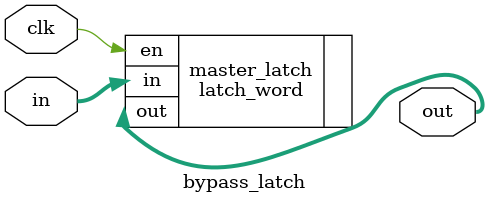
<source format=sv>
module bypass_latch #(parameter width = 72)
(
	input logic clk,
	input logic[width-1:0] in,
	
	output logic[width-1:0] out
);


logic[width-1:0] master_out;
logic[width-1:0] slave_out;

latch_word #(.width(width)) master_latch (.en(clk), .in(in), .out(out));
//latch_word #(.width(width)) slave_latch (.en(~clk), .in(master_out), .out(slave_out));
//mux2 #(.width(width)) bypass_mux (.sel(bypass), .a(master_out), .b(slave_out), .out(out));

endmodule : bypass_latch

</source>
